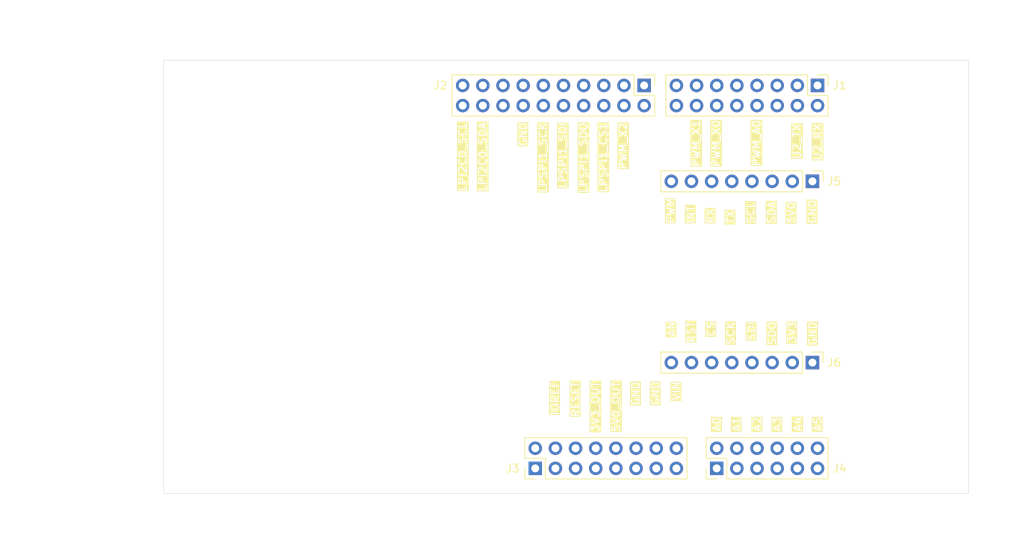
<source format=kicad_pcb>
(kicad_pcb (version 20241229) (generator "pcbnew") (generator_version "9.0")
  (layers (0 "F.Cu" signal) (2 "B.Cu" signal) (13 "F.Paste" user) (15 "B.Paste" user) (5 "F.SilkS" user "F.Silkscreen") (7 "B.SilkS" user "B.Silkscreen") (1 "F.Mask" user) (3 "B.Mask" user) (25 "Edge.Cuts" user))
  (net 0 "")
  (net 1 "GND")
  (net 18 "/P3_13")
  (net 19 "/P1_7")
  (net 20 "/P3_12")
  (net 21 "/P3_1")
  (net 22 "/P2_4")
  (net 23 "/P2_5")
  (net 24 "/P1_4")
  (net 25 "/P1_6")
  (net 26 "/P1_5")
  (net 27 "/P3_0")
  (net 28 "/P3_14")
  (net 29 "/P2_3")
  (net 30 "/P2_1")
  (net 31 "/P2_12")
  (net 32 "/P1_9")
  (net 33 "/P2_13")
  (net 34 "/P1_8")
  (net 35 "/P2_6")
  (net 36 "VDDA_MCU")
  (net 37 "/P2_16")
  (net 38 "/P2_2")
  (net 39 "/P3_15")
  (net 40 "/P3_10")
  (net 41 "/P3_31")
  (net 42 "/P2_7")
  (net 43 "/P3_11")
  (net 44 "/RESET")
  (net 45 "/P3_7")
  (net 46 "3V3_OUT")
  (net 47 "/P3_9")
  (net 48 "5V0_OUT")
  (net 49 "/IOREF")
  (net 50 "/P3_8")
  (net 51 "/P3_6")
  (net 52 "VIN")
  (net 53 "/P1_12")
  (net 54 "/P2_0")
  (net 55 "/P1_13")
  (net 56 "/P1_11")
  (net 57 "/P3_30")
  (net 58 "/P3_29")
  (net 59 "/P1_10")
  (net 60 "/P3_28")
  (net 61 "/P3_27")
  (net 62 "/P1_3")
  (net 63 "/P1_1")
  (net 64 "/P1_0")
  (net 65 "/P1_2")
  (footprint "Connector_PinHeader_2.54mm:PinHeader_1x08_P2.54mm_Vertical" (layer "F.Cu") (at 184.264 75.19 -90)
    (property "Reference" "J5" (at 0 -2.74 0) (layer "F.SilkS"))
    (property "Value" "Conn_01x08_Pin")
    (fp_line (start -1.33 19.11) (end 1.33 19.11) (stroke (width 0.12)) (layer "F.SilkS"))
    (fp_line (start -1.33 1.27) (end -1.33 19.11) (stroke (width 0.12)) (layer "F.SilkS"))
    (fp_line (start -1.33 1.27) (end 1.33 1.27) (stroke (width 0.12)) (layer "F.SilkS"))
    (fp_line (start 1.33 1.27) (end 1.33 19.11) (stroke (width 0.12)) (layer "F.SilkS"))
    (fp_line (start -1.33 0) (end -1.33 -1.33) (stroke (width 0.12)) (layer "F.SilkS"))
    (fp_line (start -1.33 -1.33) (end 0 -1.33) (stroke (width 0.12)) (layer "F.SilkS"))
    (pad "1" thru_hole rect (at 0 0 270) (size 1.7 1.7) (drill 1) (layers "*.Cu" "*.Mask") (net 1 "GND"))
    (pad "2" thru_hole oval (at 0 2.54 270) (size 1.7 1.7) (drill 1) (layers "*.Cu" "*.Mask") (net 48 "5V0_OUT"))
    (pad "3" thru_hole oval (at 0 5.08 270) (size 1.7 1.7) (drill 1) (layers "*.Cu" "*.Mask") (net 60 "/P3_28"))
    (pad "4" thru_hole oval (at 0 7.62 270) (size 1.7 1.7) (drill 1) (layers "*.Cu" "*.Mask") (net 61 "/P3_27"))
    (pad "5" thru_hole oval (at 0 10.16 270) (size 1.7 1.7) (drill 1) (layers "*.Cu" "*.Mask") (net 39 "/P3_15"))
    (pad "6" thru_hole oval (at 0 12.7 270) (size 1.7 1.7) (drill 1) (layers "*.Cu" "*.Mask") (net 28 "/P3_14"))
    (pad "7" thru_hole oval (at 0 15.24 270) (size 1.7 1.7) (drill 1) (layers "*.Cu" "*.Mask") (net 23 "/P2_5"))
    (pad "8" thru_hole oval (at 0 17.78 270) (size 1.7 1.7) (drill 1) (layers "*.Cu" "*.Mask") (net 20 "/P3_12"))
  )
  (footprint "Connector_PinHeader_2.54mm:PinHeader_1x08_P2.54mm_Vertical" (layer "F.Cu") (at 184.264 98.05 -90)
    (property "Reference" "J6" (at 0 -2.74 0) (layer "F.SilkS"))
    (property "Value" "Conn_01x08_Pin")
    (fp_line (start -1.33 19.11) (end 1.33 19.11) (stroke (width 0.12)) (layer "F.SilkS"))
    (fp_line (start -1.33 1.27) (end -1.33 19.11) (stroke (width 0.12)) (layer "F.SilkS"))
    (fp_line (start -1.33 1.27) (end 1.33 1.27) (stroke (width 0.12)) (layer "F.SilkS"))
    (fp_line (start 1.33 1.27) (end 1.33 19.11) (stroke (width 0.12)) (layer "F.SilkS"))
    (fp_line (start -1.33 0) (end -1.33 -1.33) (stroke (width 0.12)) (layer "F.SilkS"))
    (fp_line (start -1.33 -1.33) (end 0 -1.33) (stroke (width 0.12)) (layer "F.SilkS"))
    (pad "1" thru_hole rect (at 0 0 270) (size 1.7 1.7) (drill 1) (layers "*.Cu" "*.Mask") (net 1 "GND"))
    (pad "2" thru_hole oval (at 0 2.54 270) (size 1.7 1.7) (drill 1) (layers "*.Cu" "*.Mask") (net 46 "3V3_OUT"))
    (pad "3" thru_hole oval (at 0 5.08 270) (size 1.7 1.7) (drill 1) (layers "*.Cu" "*.Mask") (net 64 "/P1_0"))
    (pad "4" thru_hole oval (at 0 7.62 270) (size 1.7 1.7) (drill 1) (layers "*.Cu" "*.Mask") (net 65 "/P1_2"))
    (pad "5" thru_hole oval (at 0 10.16 270) (size 1.7 1.7) (drill 1) (layers "*.Cu" "*.Mask") (net 63 "/P1_1"))
    (pad "6" thru_hole oval (at 0 12.7 270) (size 1.7 1.7) (drill 1) (layers "*.Cu" "*.Mask") (net 62 "/P1_3"))
    (pad "7" thru_hole oval (at 0 15.24 270) (size 1.7 1.7) (drill 1) (layers "*.Cu" "*.Mask") (net 21 "/P3_1"))
    (pad "8" thru_hole oval (at 0 17.78 270) (size 1.7 1.7) (drill 1) (layers "*.Cu" "*.Mask") (net 57 "/P3_30"))
  )
  (footprint "Connector_PinHeader_2.54mm:PinHeader_2x08_P2.54mm_Vertical" (layer "F.Cu") (at 184.904 63.1 -90)
    (property "Reference" "J1" (at 0 -2.796 0) (layer "F.SilkS"))
    (property "Value" "Conn_02x08_Odd_Even")
    (fp_line (start -1.33 19.11) (end 3.87 19.11) (stroke (width 0.12)) (layer "F.SilkS"))
    (fp_line (start -1.33 1.27) (end -1.33 19.11) (stroke (width 0.12)) (layer "F.SilkS"))
    (fp_line (start -1.33 1.27) (end 1.27 1.27) (stroke (width 0.12)) (layer "F.SilkS"))
    (fp_line (start 1.27 1.27) (end 1.27 -1.33) (stroke (width 0.12)) (layer "F.SilkS"))
    (fp_line (start -1.33 0) (end -1.33 -1.33) (stroke (width 0.12)) (layer "F.SilkS"))
    (fp_line (start -1.33 -1.33) (end 0 -1.33) (stroke (width 0.12)) (layer "F.SilkS"))
    (fp_line (start 1.27 -1.33) (end 3.87 -1.33) (stroke (width 0.12)) (layer "F.SilkS"))
    (fp_line (start 3.87 -1.33) (end 3.87 19.11) (stroke (width 0.12)) (layer "F.SilkS"))
    (pad "1" thru_hole rect (at 0 0 270) (size 1.7 1.7) (drill 1) (layers "*.Cu" "*.Mask") (net 24 "/P1_4"))
    (pad "2" thru_hole oval (at 2.54 0 270) (size 1.7 1.7) (drill 1) (layers "*.Cu" "*.Mask") (net 19 "/P1_7"))
    (pad "3" thru_hole oval (at 0 2.54 270) (size 1.7 1.7) (drill 1) (layers "*.Cu" "*.Mask") (net 26 "/P1_5"))
    (pad "4" thru_hole oval (at 2.54 2.54 270) (size 1.7 1.7) (drill 1) (layers "*.Cu" "*.Mask") (net 25 "/P1_6"))
    (pad "5" thru_hole oval (at 0 5.08 270) (size 1.7 1.7) (drill 1) (layers "*.Cu" "*.Mask") (net 22 "/P2_4"))
    (pad "6" thru_hole oval (at 2.54 5.08 270) (size 1.7 1.7) (drill 1) (layers "*.Cu" "*.Mask"))
    (pad "7" thru_hole oval (at 0 7.62 270) (size 1.7 1.7) (drill 1) (layers "*.Cu" "*.Mask") (net 27 "/P3_0"))
    (pad "8" thru_hole oval (at 2.54 7.62 270) (size 1.7 1.7) (drill 1) (layers "*.Cu" "*.Mask"))
    (pad "9" thru_hole oval (at 0 10.16 270) (size 1.7 1.7) (drill 1) (layers "*.Cu" "*.Mask") (net 23 "/P2_5"))
    (pad "10" thru_hole oval (at 2.54 10.16 270) (size 1.7 1.7) (drill 1) (layers "*.Cu" "*.Mask"))
    (pad "11" thru_hole oval (at 0 12.7 270) (size 1.7 1.7) (drill 1) (layers "*.Cu" "*.Mask") (net 20 "/P3_12"))
    (pad "12" thru_hole oval (at 2.54 12.7 270) (size 1.7 1.7) (drill 1) (layers "*.Cu" "*.Mask"))
    (pad "13" thru_hole oval (at 0 15.24 270) (size 1.7 1.7) (drill 1) (layers "*.Cu" "*.Mask") (net 18 "/P3_13"))
    (pad "14" thru_hole oval (at 2.54 15.24 270) (size 1.7 1.7) (drill 1) (layers "*.Cu" "*.Mask"))
    (pad "15" thru_hole oval (at 0 17.78 270) (size 1.7 1.7) (drill 1) (layers "*.Cu" "*.Mask") (net 21 "/P3_1"))
    (pad "16" thru_hole oval (at 2.54 17.78 270) (size 1.7 1.7) (drill 1) (layers "*.Cu" "*.Mask"))
  )
  (footprint "MountingHole:MountingHole_3.2mm_M3_ISO7380" (layer "F.Cu") (at 104.672985 62.084)
    (property "Reference" "H2" (hide yes))
    (property "Value" "MountingHole")
    (pad "" np_thru_hole circle (at 0 0) (size 3.2 3.2) (drill 3.2) (layers "*.Cu" "*.Mask"))
  )
  (footprint "Connector_PinHeader_2.54mm:PinHeader_2x08_P2.54mm_Vertical" (layer "F.Cu") (at 149.343 111.385 90)
    (property "Reference" "J3" (at -0.015 -2.843 180) (layer "F.SilkS"))
    (property "Value" "Conn_02x08_Odd_Even")
    (fp_line (start 3.87 -1.33) (end 3.87 19.11) (stroke (width 0.12)) (layer "F.SilkS"))
    (fp_line (start 1.27 -1.33) (end 3.87 -1.33) (stroke (width 0.12)) (layer "F.SilkS"))
    (fp_line (start -1.33 -1.33) (end 0 -1.33) (stroke (width 0.12)) (layer "F.SilkS"))
    (fp_line (start -1.33 0) (end -1.33 -1.33) (stroke (width 0.12)) (layer "F.SilkS"))
    (fp_line (start 1.27 1.27) (end 1.27 -1.33) (stroke (width 0.12)) (layer "F.SilkS"))
    (fp_line (start -1.33 1.27) (end 1.27 1.27) (stroke (width 0.12)) (layer "F.SilkS"))
    (fp_line (start -1.33 1.27) (end -1.33 19.11) (stroke (width 0.12)) (layer "F.SilkS"))
    (fp_line (start -1.33 19.11) (end 3.87 19.11) (stroke (width 0.12)) (layer "F.SilkS"))
    (pad "1" thru_hole rect (at 0 0 90) (size 1.7 1.7) (drill 1) (layers "*.Cu" "*.Mask"))
    (pad "2" thru_hole oval (at 2.54 0 90) (size 1.7 1.7) (drill 1) (layers "*.Cu" "*.Mask") (net 42 "/P2_7"))
    (pad "3" thru_hole oval (at 0 2.54 90) (size 1.7 1.7) (drill 1) (layers "*.Cu" "*.Mask") (net 49 "/IOREF"))
    (pad "4" thru_hole oval (at 2.54 2.54 90) (size 1.7 1.7) (drill 1) (layers "*.Cu" "*.Mask") (net 41 "/P3_31"))
    (pad "5" thru_hole oval (at 0 5.08 90) (size 1.7 1.7) (drill 1) (layers "*.Cu" "*.Mask") (net 44 "/RESET"))
    (pad "6" thru_hole oval (at 2.54 5.08 90) (size 1.7 1.7) (drill 1) (layers "*.Cu" "*.Mask") (net 43 "/P3_11"))
    (pad "7" thru_hole oval (at 0 7.62 90) (size 1.7 1.7) (drill 1) (layers "*.Cu" "*.Mask") (net 46 "3V3_OUT"))
    (pad "8" thru_hole oval (at 2.54 7.62 90) (size 1.7 1.7) (drill 1) (layers "*.Cu" "*.Mask") (net 40 "/P3_10"))
    (pad "9" thru_hole oval (at 0 10.16 90) (size 1.7 1.7) (drill 1) (layers "*.Cu" "*.Mask") (net 48 "5V0_OUT"))
    (pad "10" thru_hole oval (at 2.54 10.16 90) (size 1.7 1.7) (drill 1) (layers "*.Cu" "*.Mask") (net 47 "/P3_9"))
    (pad "11" thru_hole oval (at 0 12.7 90) (size 1.7 1.7) (drill 1) (layers "*.Cu" "*.Mask") (net 1 "GND"))
    (pad "12" thru_hole oval (at 2.54 12.7 90) (size 1.7 1.7) (drill 1) (layers "*.Cu" "*.Mask") (net 50 "/P3_8"))
    (pad "13" thru_hole oval (at 0 15.24 90) (size 1.7 1.7) (drill 1) (layers "*.Cu" "*.Mask") (net 1 "GND"))
    (pad "14" thru_hole oval (at 2.54 15.24 90) (size 1.7 1.7) (drill 1) (layers "*.Cu" "*.Mask") (net 45 "/P3_7"))
    (pad "15" thru_hole oval (at 0 17.78 90) (size 1.7 1.7) (drill 1) (layers "*.Cu" "*.Mask") (net 52 "VIN"))
    (pad "16" thru_hole oval (at 2.54 17.78 90) (size 1.7 1.7) (drill 1) (layers "*.Cu" "*.Mask") (net 51 "/P3_6"))
  )
  (footprint "Connector_PinHeader_2.54mm:PinHeader_2x06_P2.54mm_Vertical" (layer "F.Cu") (at 172.204 111.385 90)
    (property "Reference" "J4" (at -0.015 15.496 180) (layer "F.SilkS"))
    (property "Value" "Conn_02x06_Odd_Even")
    (fp_line (start 3.87 -1.33) (end 3.87 14.03) (stroke (width 0.12)) (layer "F.SilkS"))
    (fp_line (start 1.27 -1.33) (end 3.87 -1.33) (stroke (width 0.12)) (layer "F.SilkS"))
    (fp_line (start -1.33 -1.33) (end 0 -1.33) (stroke (width 0.12)) (layer "F.SilkS"))
    (fp_line (start -1.33 0) (end -1.33 -1.33) (stroke (width 0.12)) (layer "F.SilkS"))
    (fp_line (start 1.27 1.27) (end 1.27 -1.33) (stroke (width 0.12)) (layer "F.SilkS"))
    (fp_line (start -1.33 1.27) (end 1.27 1.27) (stroke (width 0.12)) (layer "F.SilkS"))
    (fp_line (start -1.33 1.27) (end -1.33 14.03) (stroke (width 0.12)) (layer "F.SilkS"))
    (fp_line (start -1.33 14.03) (end 3.87 14.03) (stroke (width 0.12)) (layer "F.SilkS"))
    (pad "1" thru_hole rect (at 0 0 90) (size 1.7 1.7) (drill 1) (layers "*.Cu" "*.Mask") (net 59 "/P1_10"))
    (pad "2" thru_hole oval (at 2.54 0 90) (size 1.7 1.7) (drill 1) (layers "*.Cu" "*.Mask"))
    (pad "3" thru_hole oval (at 0 2.54 90) (size 1.7 1.7) (drill 1) (layers "*.Cu" "*.Mask") (net 53 "/P1_12"))
    (pad "4" thru_hole oval (at 2.54 2.54 90) (size 1.7 1.7) (drill 1) (layers "*.Cu" "*.Mask"))
    (pad "5" thru_hole oval (at 0 5.08 90) (size 1.7 1.7) (drill 1) (layers "*.Cu" "*.Mask") (net 55 "/P1_13"))
    (pad "6" thru_hole oval (at 2.54 5.08 90) (size 1.7 1.7) (drill 1) (layers "*.Cu" "*.Mask"))
    (pad "7" thru_hole oval (at 0 7.62 90) (size 1.7 1.7) (drill 1) (layers "*.Cu" "*.Mask") (net 54 "/P2_0"))
    (pad "8" thru_hole oval (at 2.54 7.62 90) (size 1.7 1.7) (drill 1) (layers "*.Cu" "*.Mask"))
    (pad "9" thru_hole oval (at 0 10.16 90) (size 1.7 1.7) (drill 1) (layers "*.Cu" "*.Mask") (net 41 "/P3_31"))
    (pad "10" thru_hole oval (at 2.54 10.16 90) (size 1.7 1.7) (drill 1) (layers "*.Cu" "*.Mask") (net 56 "/P1_11"))
    (pad "11" thru_hole oval (at 0 12.7 90) (size 1.7 1.7) (drill 1) (layers "*.Cu" "*.Mask") (net 57 "/P3_30"))
    (pad "12" thru_hole oval (at 2.54 12.7 90) (size 1.7 1.7) (drill 1) (layers "*.Cu" "*.Mask") (net 58 "/P3_29"))
  )
  (footprint "MountingHole:MountingHole_3.2mm_M3_ISO7380" (layer "F.Cu") (at 201.794 62.084)
    (property "Reference" "H4" (hide yes))
    (property "Value" "MountingHole")
    (pad "" np_thru_hole circle (at 0 0) (size 3.2 3.2) (drill 3.2) (layers "*.Cu" "*.Mask"))
  )
  (footprint "MountingHole:MountingHole_3.2mm_M3_ISO7380" (layer "F.Cu") (at 104.672 112.401)
    (property "Reference" "H1" (hide yes))
    (property "Value" "MountingHole")
    (pad "" np_thru_hole circle (at 0 0) (size 3.2 3.2) (drill 3.2) (layers "*.Cu" "*.Mask"))
  )
  (footprint "MountingHole:MountingHole_3.2mm_M3_ISO7380" (layer "F.Cu") (at 201.784 112.401)
    (property "Reference" "H3" (hide yes))
    (property "Value" "MountingHole")
    (pad "" np_thru_hole circle (at 0 0) (size 3.2 3.2) (drill 3.2) (layers "*.Cu" "*.Mask"))
  )
  (footprint "Connector_PinHeader_2.54mm:PinHeader_2x10_P2.54mm_Vertical" (layer "F.Cu") (at 163.06 63.1 -90)
    (property "Reference" "J2" (at 0 25.66 0) (layer "F.SilkS"))
    (property "Value" "Conn_02x10_Odd_Even")
    (fp_line (start -1.33 24.19) (end 3.87 24.19) (stroke (width 0.12)) (layer "F.SilkS"))
    (fp_line (start -1.33 1.27) (end -1.33 24.19) (stroke (width 0.12)) (layer "F.SilkS"))
    (fp_line (start -1.33 1.27) (end 1.27 1.27) (stroke (width 0.12)) (layer "F.SilkS"))
    (fp_line (start 1.27 1.27) (end 1.27 -1.33) (stroke (width 0.12)) (layer "F.SilkS"))
    (fp_line (start -1.33 0) (end -1.33 -1.33) (stroke (width 0.12)) (layer "F.SilkS"))
    (fp_line (start -1.33 -1.33) (end 0 -1.33) (stroke (width 0.12)) (layer "F.SilkS"))
    (fp_line (start 1.27 -1.33) (end 3.87 -1.33) (stroke (width 0.12)) (layer "F.SilkS"))
    (fp_line (start 3.87 -1.33) (end 3.87 24.19) (stroke (width 0.12)) (layer "F.SilkS"))
    (pad "1" thru_hole rect (at 0 0 270) (size 1.7 1.7) (drill 1) (layers "*.Cu" "*.Mask") (net 39 "/P3_15"))
    (pad "2" thru_hole oval (at 2.54 0 270) (size 1.7 1.7) (drill 1) (layers "*.Cu" "*.Mask") (net 24 "/P1_4"))
    (pad "3" thru_hole oval (at 0 2.54 270) (size 1.7 1.7) (drill 1) (layers "*.Cu" "*.Mask") (net 28 "/P3_14"))
    (pad "4" thru_hole oval (at 2.54 2.54 270) (size 1.7 1.7) (drill 1) (layers "*.Cu" "*.Mask") (net 26 "/P1_5"))
    (pad "5" thru_hole oval (at 0 5.08 270) (size 1.7 1.7) (drill 1) (layers "*.Cu" "*.Mask") (net 35 "/P2_6"))
    (pad "6" thru_hole oval (at 2.54 5.08 270) (size 1.7 1.7) (drill 1) (layers "*.Cu" "*.Mask") (net 29 "/P2_3"))
    (pad "7" thru_hole oval (at 0 7.62 270) (size 1.7 1.7) (drill 1) (layers "*.Cu" "*.Mask") (net 33 "/P2_13"))
    (pad "8" thru_hole oval (at 2.54 7.62 270) (size 1.7 1.7) (drill 1) (layers "*.Cu" "*.Mask") (net 30 "/P2_1"))
    (pad "9" thru_hole oval (at 0 10.16 270) (size 1.7 1.7) (drill 1) (layers "*.Cu" "*.Mask") (net 37 "/P2_16"))
    (pad "10" thru_hole oval (at 2.54 10.16 270) (size 1.7 1.7) (drill 1) (layers "*.Cu" "*.Mask") (net 38 "/P2_2"))
    (pad "11" thru_hole oval (at 0 12.7 270) (size 1.7 1.7) (drill 1) (layers "*.Cu" "*.Mask") (net 31 "/P2_12"))
    (pad "12" thru_hole oval (at 2.54 12.7 270) (size 1.7 1.7) (drill 1) (layers "*.Cu" "*.Mask"))
    (pad "13" thru_hole oval (at 0 15.24 270) (size 1.7 1.7) (drill 1) (layers "*.Cu" "*.Mask") (net 1 "GND"))
    (pad "14" thru_hole oval (at 2.54 15.24 270) (size 1.7 1.7) (drill 1) (layers "*.Cu" "*.Mask"))
    (pad "15" thru_hole oval (at 0 17.78 270) (size 1.7 1.7) (drill 1) (layers "*.Cu" "*.Mask") (net 36 "VDDA_MCU"))
    (pad "16" thru_hole oval (at 2.54 17.78 270) (size 1.7 1.7) (drill 1) (layers "*.Cu" "*.Mask"))
    (pad "17" thru_hole oval (at 0 20.32 270) (size 1.7 1.7) (drill 1) (layers "*.Cu" "*.Mask") (net 34 "/P1_8"))
    (pad "18" thru_hole oval (at 2.54 20.32 270) (size 1.7 1.7) (drill 1) (layers "*.Cu" "*.Mask"))
    (pad "19" thru_hole oval (at 0 22.86 270) (size 1.7 1.7) (drill 1) (layers "*.Cu" "*.Mask") (net 32 "/P1_9"))
    (pad "20" thru_hole oval (at 2.54 22.86 270) (size 1.7 1.7) (drill 1) (layers "*.Cu" "*.Mask"))
  )
  (gr_line (start 203.943 59.925) (end 203.943 114.56) (stroke (width 0.05)) (layer "Edge.Cuts"))
  (gr_line (start 102.513985 59.925) (end 203.943 59.925) (stroke (width 0.05)) (layer "Edge.Cuts"))
  (gr_line (start 102.513 114.56) (end 102.513 59.925) (stroke (width 0.05)) (layer "Edge.Cuts"))
  (gr_line (start 102.513 114.56) (end 203.943 114.56) (stroke (width 0.05)) (layer "Edge.Cuts"))
  (gr_text "U2_TX" (at 182.9 72.5 90) (layer "F.SilkS" knockout) (effects (font (size 1 1)) (justify left bottom)))
  (gr_text "PWM_X0" (at 172.7 73.5 90) (layer "F.SilkS" knockout) (effects (font (size 1 1)) (justify left bottom)))
  (gr_text "INT" (at 169.5 80.642857 90) (layer "F.SilkS" knockout) (effects (font (size 1 1)) (justify left bottom)))
  (gr_text "A3" (at 180.4 106.8 90) (layer "F.SilkS" knockout) (effects (font (size 1 1)) (justify left bottom)))
  (gr_text "A0" (at 172.8 106.8 90) (layer "F.SilkS" knockout) (effects (font (size 1 1)) (justify left bottom)))
  (gr_text "A2" (at 177.9 106.8 90) (layer "F.SilkS" knockout) (effects (font (size 1 1)) (justify left bottom)))
  (gr_text "PWM" (at 167 80.642857 90) (layer "F.SilkS" knockout) (effects (font (size 1 1)) (justify left bottom)))
  (gr_text "RX" (at 172 80.642857 90) (layer "F.SilkS" knockout) (effects (font (size 1 1)) (justify left bottom)))
  (gr_text "LPSPI1_SDI" (at 153.4 76.228571 90) (layer "F.SilkS" knockout) (effects (font (size 1 1)) (justify left bottom)))
  (gr_text "VIN" (at 167.7 102.895238 90) (layer "F.SilkS" knockout) (effects (font (size 1 1)) (justify left bottom)))
  (gr_text "SCL" (at 177.1 80.642857 90) (layer "F.SilkS" knockout) (effects (font (size 1 1)) (justify left bottom)))
  (gr_text "TX" (at 174.5 80.642857 90) (layer "F.SilkS" knockout) (effects (font (size 1 1)) (justify left bottom)))
  (gr_text "3V3" (at 182.271 95.714286 90) (layer "F.SilkS" knockout) (effects (font (size 1 1)) (justify left bottom)))
  (gr_text "RESET" (at 155 105.038096 90) (layer "F.SilkS" knockout) (effects (font (size 1 1)) (justify left bottom)))
  (gr_text "CS" (at 172.071 94.904762 90) (layer "F.SilkS" knockout) (effects (font (size 1 1)) (justify left bottom)))
  (gr_text "LPI2C0_SCL" (at 140.8 76.561905 90) (layer "F.SilkS" knockout) (effects (font (size 1 1)) (justify left bottom)))
  (gr_text "SDA" (at 179.7 80.642857 90) (layer "F.SilkS" knockout) (effects (font (size 1 1)) (justify left bottom)))
  (gr_text "LPI2C0_SDA" (at 143.3 76.609524 90) (layer "F.SilkS" knockout) (effects (font (size 1 1)) (justify left bottom)))
  (gr_text "SDO" (at 179.771 95.952381 90) (layer "F.SilkS" knockout) (effects (font (size 1 1)) (justify left bottom)))
  (gr_text "SDI" (at 177.171 95.380952 90) (layer "F.SilkS" knockout) (effects (font (size 1 1)) (justify left bottom)))
  (gr_text "RST" (at 169.571 95.666667 90) (layer "F.SilkS" knockout) (effects (font (size 1 1)) (justify left bottom)))
  (gr_text "GND" (at 184.9 96 90) (layer "F.SilkS" knockout) (effects (font (size 1 1)) (justify left bottom)))
  (gr_text "5V0" (at 182.2 80.642857 90) (layer "F.SilkS" knockout) (effects (font (size 1 1)) (justify left bottom)))
  (gr_text "A1" (at 175.3 106.8 90) (layer "F.SilkS" knockout) (effects (font (size 1 1)) (justify left bottom)))
  (gr_text "LPSPI1_SCK" (at 150.9 76.752381 90) (layer "F.SilkS" knockout) (effects (font (size 1 1)) (justify left bottom)))
  (gr_text "PWM_X1" (at 170.2 73.5 90) (layer "F.SilkS" knockout) (effects (font (size 1 1)) (justify left bottom)))
  (gr_text "LPSPI1_SDO" (at 156 76.8 90) (layer "F.SilkS" knockout) (effects (font (size 1 1)) (justify left bottom)))
  (gr_text "PWM_A0" (at 177.8 73.4 90) (layer "F.SilkS" knockout) (effects (font (size 1 1)) (justify left bottom)))
  (gr_text "LPSPI1_CS1" (at 158.5 76.704762 90) (layer "F.SilkS" knockout) (effects (font (size 1 1)) (justify left bottom)))
  (gr_text "PWM_X2" (at 161 73.8 90) (layer "F.SilkS" knockout) (effects (font (size 1 1)) (justify left bottom)))
  (gr_text "GND" (at 184.829 80.642857 90) (layer "F.SilkS" knockout) (effects (font (size 1 1)) (justify left bottom)))
  (gr_text "SCK" (at 174.571 95.904762 90) (layer "F.SilkS" knockout) (effects (font (size 1 1)) (justify left bottom)))
  (gr_text "3V3_OUT" (at 157.5 106.895239 90) (layer "F.SilkS" knockout) (effects (font (size 1 1)) (justify left bottom)))
  (gr_text "GND" (at 162.6 103.561905 90) (layer "F.SilkS" knockout) (effects (font (size 1 1)) (justify left bottom)))
  (gr_text "U2_RX" (at 185.5 72.7 90) (layer "F.SilkS" knockout) (effects (font (size 1 1)) (justify left bottom)))
  (gr_text "A5" (at 185.5 106.8 90) (layer "F.SilkS" knockout) (effects (font (size 1 1)) (justify left bottom)))
  (gr_text "IOREF" (at 152.4 104.8 90) (layer "F.SilkS" knockout) (effects (font (size 1 1)) (justify left bottom)))
  (gr_text "A4" (at 183.029 106.8 90) (layer "F.SilkS" knockout) (effects (font (size 1 1)) (justify left bottom)))
  (gr_text "AN" (at 167.071 94.857143 90) (layer "F.SilkS" knockout) (effects (font (size 1 1)) (justify left bottom)))
  (gr_text "GND" (at 148.4 70.895238 90) (layer "F.SilkS" knockout) (effects (font (size 1 1)) (justify left bottom)))
  (gr_text "GND" (at 165.1 103.561905 90) (layer "F.SilkS" knockout) (effects (font (size 1 1)) (justify left bottom)))
  (gr_text "5V0_OUT" (at 160.1 106.895239 90) (layer "F.SilkS" knockout) (effects (font (size 1 1)) (justify left bottom)))
)
</source>
